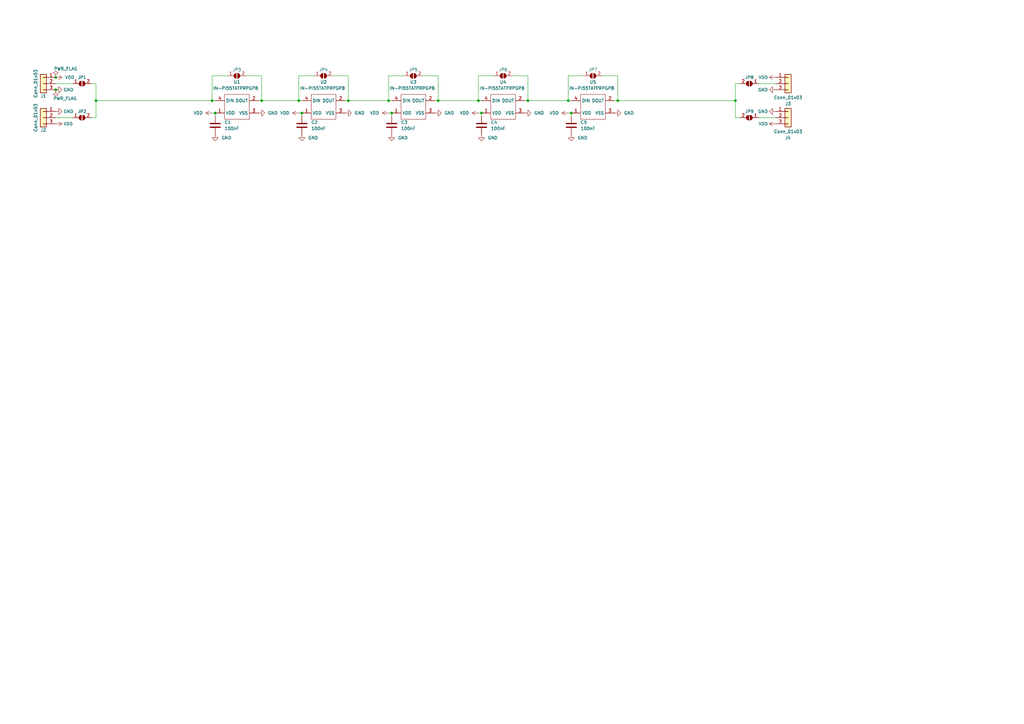
<source format=kicad_sch>
(kicad_sch (version 20230121) (generator eeschema)
  (paper "A3")
  (lib_symbols
    (symbol "Connector_Generic:Conn_01x03" (pin_names (offset 1.016) hide)
      (property "Reference" "J" (at 0 5.08 0))
      (property "Value" "Conn_01x03" (at 0 -5.08 0))
      (symbol "Conn_01x03_1_1"
        (rectangle (start -1.27 -2.413) (end 0 -2.667) (stroke (width 0.1524)))
        (rectangle (start -1.27 0.127) (end 0 -0.127) (stroke (width 0.1524)))
        (rectangle (start -1.27 2.667) (end 0 2.413) (stroke (width 0.1524)))
        (rectangle (start -1.27 3.81) (end 1.27 -3.81) (stroke (width 0.254)) (fill (type background)))
        (pin passive line (at -5.08 2.54 0) (length 3.81) (name "Pin_1") (number "1"))
        (pin passive line (at -5.08 0 0) (length 3.81) (name "Pin_2") (number "2"))
        (pin passive line (at -5.08 -2.54 0) (length 3.81) (name "Pin_3") (number "3"))
      )
    )
    (symbol "Device:C" (pin_numbers hide) (pin_names (offset 0.254))
      (property "Reference" "C" (at 0.635 2.54 0))
      (property "Value" "C" (at 0.635 -2.54 0))
      (symbol "C_0_1"
        (polyline (pts (xy -2.032 -0.762) (xy 2.032 -0.762)) (stroke (width 0.508)))
        (polyline (pts (xy -2.032 0.762) (xy 2.032 0.762)) (stroke (width 0.508)))
      )
      (symbol "C_1_1"
        (pin passive line (at 0 3.81 270) (length 2.794) (name "~") (number "1"))
        (pin passive line (at 0 -3.81 90) (length 2.794) (name "~") (number "2"))
      )
    )
    (symbol "Jumper:SolderJumper_2_Open" (pin_names (offset 0) hide)
      (property "Reference" "JP" (at 0 2.032 0))
      (property "Value" "SolderJumper_2_Open" (at 0 -2.54 0))
      (symbol "SolderJumper_2_Open_0_1"
        (arc (start -0.254 1.016) (mid -1.2656 0) (end -0.254 -1.016))
        (arc (start -0.254 1.016) (mid -1.2656 0) (end -0.254 -1.016) (fill (type outline)))
        (polyline (pts (xy -0.254 1.016) (xy -0.254 -1.016)))
        (polyline (pts (xy 0.254 1.016) (xy 0.254 -1.016)))
        (arc (start 0.254 -1.016) (mid 1.2656 0) (end 0.254 1.016))
        (arc (start 0.254 -1.016) (mid 1.2656 0) (end 0.254 1.016) (fill (type outline)))
      )
      (symbol "SolderJumper_2_Open_1_1"
        (pin passive line (at -3.81 0 0) (length 2.54) (name "A") (number "1"))
        (pin passive line (at 3.81 0 180) (length 2.54) (name "B") (number "2"))
      )
    )
    (symbol "LED:IN-PI55TATPRPGPB "
      (property "Reference" "U" (at 0 0 0))
      (property "Value" "IN-PI55TATPRPGPB " (at 0 6.35 0))
      (symbol "IN-PI55TATPRPGPB _0_1"
        (rectangle (start -5.08 5.08) (end 5.08 -5.08))
      )
      (symbol "IN-PI55TATPRPGPB _1_1"
        (pin power_in line (at -8.89 -2.54 0) (length 3.81) (name "VDD") (number "1"))
        (pin output line (at 8.89 2.54 180) (length 3.81) (name "DOUT") (number "2"))
        (pin power_in line (at 8.89 -2.54 180) (length 3.81) (name "VSS") (number "3"))
        (pin input line (at -8.89 2.54 0) (length 3.81) (name "DIN") (number "4"))
      )
    )
    (symbol "PCM_4ms_Power-symbol:PWR_FLAG" (power) (pin_numbers hide) (pin_names (offset 0) hide)
      (property "Value" "PWR_FLAG" (at 0 3.81 0))
      (symbol "PWR_FLAG_0_0"
        (pin power_out line (at 0 0 90) (length 0) (name "pwr") (number "1"))
      )
      (symbol "PWR_FLAG_0_1"
        (polyline (pts (xy 0 0) (xy 0 1.27) (xy -1.016 1.905) (xy 0 2.54) (xy 1.016 1.905) (xy 0 1.27)))
      )
    )
    (symbol "power:GND" (power) (pin_names (offset 0))
      (property "Value" "GND" (at 0 -3.81 0))
      (symbol "GND_0_1"
        (polyline (pts (xy 0 0) (xy 0 -1.27) (xy 1.27 -1.27) (xy 0 -2.54) (xy -1.27 -1.27) (xy 0 -1.27)))
      )
      (symbol "GND_1_1"
        (pin power_in line (at 0 0 270) (length 0) hide (name "GND") (number "1"))
      )
    )
    (symbol "power:VDD" (power) (pin_names (offset 0))
      (property "Value" "VDD" (at 0 3.81 0))
      (symbol "VDD_0_1"
        (polyline (pts (xy -0.762 1.27) (xy 0 2.54)))
        (polyline (pts (xy 0 0) (xy 0 2.54)))
        (polyline (pts (xy 0 2.54) (xy 0.762 1.27)))
      )
      (symbol "VDD_1_1"
        (pin power_in line (at 0 0 90) (length 0) hide (name "VDD") (number "1"))
      )
    )
  )
  (junction (at 179.705 41.275))
  (junction (at 88.265 46.355))
  (junction (at 107.315 41.275))
  (junction (at 22.86 36.83))
  (junction (at 197.485 46.355))
  (junction (at 234.315 46.355))
  (junction (at 301.625 41.275))
  (junction (at 253.365 41.275))
  (junction (at 39.37 41.275))
  (junction (at 123.825 46.355))
  (junction (at 122.555 41.275))
  (junction (at 233.045 41.275))
  (junction (at 86.995 41.275))
  (junction (at 142.875 41.275))
  (junction (at 196.215 41.275))
  (junction (at 22.86 31.75))
  (junction (at 159.385 41.275))
  (junction (at 216.535 41.275))
  (junction (at 160.655 46.355))
  (wire (pts (xy 128.905 31.115) (xy 122.555 31.115)))
  (wire (pts (xy 165.735 31.115) (xy 159.385 31.115)))
  (wire (pts (xy 93.345 31.115) (xy 86.995 31.115)))
  (wire (pts (xy 86.995 41.275) (xy 88.265 41.275)))
  (wire (pts (xy 179.705 41.275) (xy 196.215 41.275)))
  (wire (pts (xy 196.215 46.355) (xy 197.485 46.355)))
  (wire (pts (xy 100.965 31.115) (xy 107.315 31.115)))
  (wire (pts (xy 252.095 41.275) (xy 253.365 41.275)))
  (wire (pts (xy 86.995 31.115) (xy 86.995 41.275)))
  (wire (pts (xy 247.015 31.115) (xy 253.365 31.115)))
  (wire (pts (xy 301.625 48.26) (xy 303.53 48.26)))
  (wire (pts (xy 159.385 41.275) (xy 160.655 41.275)))
  (wire (pts (xy 311.15 48.26) (xy 318.135 48.26)))
  (wire (pts (xy 159.385 46.355) (xy 160.655 46.355)))
  (wire (pts (xy 253.365 31.115) (xy 253.365 41.275)))
  (wire (pts (xy 233.045 31.115) (xy 233.045 41.275)))
  (wire (pts (xy 253.365 41.275) (xy 301.625 41.275)))
  (wire (pts (xy 216.535 31.115) (xy 216.535 41.275)))
  (wire (pts (xy 234.315 47.625) (xy 234.315 46.355)))
  (wire (pts (xy 37.465 48.26) (xy 39.37 48.26)))
  (wire (pts (xy 142.875 31.115) (xy 142.875 41.275)))
  (wire (pts (xy 196.215 31.115) (xy 196.215 41.275)))
  (wire (pts (xy 301.625 48.26) (xy 301.625 41.275)))
  (wire (pts (xy 122.555 41.275) (xy 123.825 41.275)))
  (wire (pts (xy 216.535 41.275) (xy 233.045 41.275)))
  (wire (pts (xy 160.655 47.625) (xy 160.655 46.355)))
  (wire (pts (xy 106.045 41.275) (xy 107.315 41.275)))
  (wire (pts (xy 179.705 31.115) (xy 179.705 41.275)))
  (wire (pts (xy 141.605 41.275) (xy 142.875 41.275)))
  (wire (pts (xy 122.555 31.115) (xy 122.555 41.275)))
  (wire (pts (xy 39.37 34.29) (xy 37.465 34.29)))
  (wire (pts (xy 142.875 41.275) (xy 159.385 41.275)))
  (wire (pts (xy 39.37 41.275) (xy 86.995 41.275)))
  (wire (pts (xy 210.185 31.115) (xy 216.535 31.115)))
  (wire (pts (xy 86.995 46.355) (xy 88.265 46.355)))
  (wire (pts (xy 233.045 41.275) (xy 234.315 41.275)))
  (wire (pts (xy 107.315 31.115) (xy 107.315 41.275)))
  (wire (pts (xy 29.845 34.29) (xy 22.86 34.29)))
  (wire (pts (xy 239.395 31.115) (xy 233.045 31.115)))
  (wire (pts (xy 159.385 31.115) (xy 159.385 41.275)))
  (wire (pts (xy 301.625 34.29) (xy 303.53 34.29)))
  (wire (pts (xy 122.555 46.355) (xy 123.825 46.355)))
  (wire (pts (xy 202.565 31.115) (xy 196.215 31.115)))
  (wire (pts (xy 215.265 41.275) (xy 216.535 41.275)))
  (wire (pts (xy 39.37 34.29) (xy 39.37 41.275)))
  (wire (pts (xy 196.215 41.275) (xy 197.485 41.275)))
  (wire (pts (xy 39.37 48.26) (xy 39.37 41.275)))
  (wire (pts (xy 123.825 47.625) (xy 123.825 46.355)))
  (wire (pts (xy 88.265 47.625) (xy 88.265 46.355)))
  (wire (pts (xy 107.315 41.275) (xy 122.555 41.275)))
  (wire (pts (xy 301.625 34.29) (xy 301.625 41.275)))
  (wire (pts (xy 233.045 46.355) (xy 234.315 46.355)))
  (wire (pts (xy 173.355 31.115) (xy 179.705 31.115)))
  (wire (pts (xy 136.525 31.115) (xy 142.875 31.115)))
  (wire (pts (xy 178.435 41.275) (xy 179.705 41.275)))
  (wire (pts (xy 29.845 48.26) (xy 22.86 48.26)))
  (wire (pts (xy 197.485 47.625) (xy 197.485 46.355)))
  (wire (pts (xy 311.15 34.29) (xy 318.135 34.29)))
  (symbol (lib_id "Jumper:SolderJumper_2_Open") (at 132.715 31.115 0) (unit 1)
    (property "Reference" "JP4" (at 132.715 28.575 0))
    (property "Value" "SolderJumper_2_Open" (effects hide))
    (property "Footprint" "Jumper:SolderJumper-2_P1.3mm_Open_RoundedPad1.0x1.5mm" (effects hide))
  )
  (symbol (lib_id "Jumper:SolderJumper_2_Open") (at 33.655 48.26 0) (unit 1)
    (property "Reference" "JP2" (at 33.655 45.72 0))
    (property "Value" "SolderJumper_2_Open" (effects hide))
    (property "Footprint" "Jumper:SolderJumper-2_P1.3mm_Open_RoundedPad1.0x1.5mm" (effects hide))
  )
  (symbol (lib_id "power:GND") (at 252.095 46.355 90) (unit 1)
    (property "Reference" "#PWR019" (effects hide))
    (property "Value" "GND" (at 255.905 46.3549 90) (effects (justify right)))
  )
  (symbol (lib_id "LED:IN-PI55TATPRPGPB ") (at 97.155 43.815 0) (unit 1)
    (property "Reference" "U1" (at 97.155 33.655 0))
    (property "Value" "IN-PI55TATPRPGPB " (at 97.155 36.195 0))
    (property "Footprint" "LED_SMD:IN-PI55TATPRPGPB" (effects hide))
  )
  (symbol (lib_id "Jumper:SolderJumper_2_Open") (at 97.155 31.115 0) (unit 1)
    (property "Reference" "JP3" (at 97.155 28.575 0))
    (property "Value" "SolderJumper_2_Open" (effects hide))
    (property "Footprint" "Jumper:SolderJumper-2_P1.3mm_Open_RoundedPad1.0x1.5mm" (effects hide))
  )
  (symbol (lib_id "LED:IN-PI55TATPRPGPB ") (at 132.715 43.815 0) (unit 1)
    (property "Reference" "U2" (at 132.715 33.655 0))
    (property "Value" "IN-PI55TATPRPGPB " (at 132.715 36.195 0))
    (property "Footprint" "LED_SMD:IN-PI55TATPRPGPB" (effects hide))
  )
  (symbol (lib_id "power:GND") (at 160.655 55.245 0) (unit 1)
    (property "Reference" "#PWR012" (effects hide))
    (property "Value" "GND" (at 163.195 56.5149 0) (effects (justify left)))
  )
  (symbol (lib_id "Device:C") (at 123.825 51.435 0) (unit 1)
    (property "Reference" "C2" (at 127.635 50.1649 0) (effects (justify left)))
    (property "Value" "100nF" (at 127.635 52.7049 0) (effects (justify left)))
    (property "Footprint" "Capacitor_SMD:C_0805_2012Metric" (effects hide))
  )
  (symbol (lib_id "Connector_Generic:Conn_01x03") (at 17.78 48.26 0) (mirror y) (unit 1)
    (property "Reference" "J2" (at 17.78 53.34 0))
    (property "Value" "Conn_01x03" (at 14.605 48.26 90))
    (property "Footprint" "Connector_Wire:SolderWirePad_1x03_Corner_SMD" (effects hide))
  )
  (symbol (lib_id "Device:C") (at 234.315 51.435 0) (unit 1)
    (property "Reference" "C5" (at 238.125 50.1649 0) (effects (justify left)))
    (property "Value" "100nF" (at 238.125 52.7049 0) (effects (justify left)))
    (property "Footprint" "Capacitor_SMD:C_0805_2012Metric" (effects hide))
  )
  (symbol (lib_id "Connector_Generic:Conn_01x03") (at 323.215 34.29 0) (unit 1)
    (property "Reference" "J3" (at 323.215 42.545 0))
    (property "Value" "Conn_01x03" (at 323.215 40.005 0))
    (property "Footprint" "Connector_PinHeader_2.54mm:PinHeader_1x03_P2.54mm_Horizontal" (effects hide))
  )
  (symbol (lib_id "power:GND") (at 106.045 46.355 90) (unit 1)
    (property "Reference" "#PWR07" (effects hide))
    (property "Value" "GND" (at 109.855 46.3549 90) (effects (justify right)))
  )
  (symbol (lib_id "power:GND") (at 22.86 45.72 90) (unit 1)
    (property "Reference" "#PWR03" (effects hide))
    (property "Value" "GND" (at 26.035 45.72 90) (effects (justify right)))
  )
  (symbol (lib_id "power:GND") (at 88.265 55.245 0) (unit 1)
    (property "Reference" "#PWR06" (effects hide))
    (property "Value" "GND" (at 90.805 56.5149 0) (effects (justify left)))
  )
  (symbol (lib_id "Jumper:SolderJumper_2_Open") (at 243.205 31.115 0) (unit 1)
    (property "Reference" "JP7" (at 243.205 28.575 0))
    (property "Value" "SolderJumper_2_Open" (effects hide))
    (property "Footprint" "Jumper:SolderJumper-2_P1.3mm_Open_RoundedPad1.0x1.5mm" (effects hide))
  )
  (symbol (lib_id "Jumper:SolderJumper_2_Open") (at 307.34 48.26 0) (mirror y) (unit 1)
    (property "Reference" "JP9" (at 307.34 45.72 0))
    (property "Value" "SolderJumper_2_Open" (effects hide))
    (property "Footprint" "Jumper:SolderJumper-2_P1.3mm_Open_RoundedPad1.0x1.5mm" (effects hide))
  )
  (symbol (lib_id "power:VDD") (at 22.86 31.75 270) (unit 1)
    (property "Reference" "#PWR01" (effects hide))
    (property "Value" "VDD" (at 26.67 31.75 90) (effects (justify left)))
  )
  (symbol (lib_id "power:GND") (at 234.315 55.245 0) (unit 1)
    (property "Reference" "#PWR018" (effects hide))
    (property "Value" "GND" (at 236.855 56.5149 0) (effects (justify left)))
  )
  (symbol (lib_id "PCM_4ms_Power-symbol:PWR_FLAG") (at 22.86 36.83 180) (unit 1)
    (property "Reference" "#FLG02" (effects hide))
    (property "Value" "PWR_FLAG" (at 26.67 40.386 0))
  )
  (symbol (lib_id "power:GND") (at 123.825 55.245 0) (unit 1)
    (property "Reference" "#PWR09" (effects hide))
    (property "Value" "GND" (at 126.365 56.5149 0) (effects (justify left)))
  )
  (symbol (lib_id "Device:C") (at 197.485 51.435 0) (unit 1)
    (property "Reference" "C4" (at 201.295 50.1649 0) (effects (justify left)))
    (property "Value" "100nF" (at 201.295 52.7049 0) (effects (justify left)))
    (property "Footprint" "Capacitor_SMD:C_0805_2012Metric" (effects hide))
  )
  (symbol (lib_id "Jumper:SolderJumper_2_Open") (at 33.655 34.29 0) (unit 1)
    (property "Reference" "JP1" (at 33.655 31.75 0))
    (property "Value" "SolderJumper_2_Open" (effects hide))
    (property "Footprint" "Jumper:SolderJumper-2_P1.3mm_Open_RoundedPad1.0x1.5mm" (effects hide))
  )
  (symbol (lib_id "power:GND") (at 22.86 36.83 90) (unit 1)
    (property "Reference" "#PWR02" (effects hide))
    (property "Value" "GND" (at 26.035 36.83 90) (effects (justify right)))
  )
  (symbol (lib_id "power:VDD") (at 196.215 46.355 90) (unit 1)
    (property "Reference" "#PWR014" (effects hide))
    (property "Value" "VDD" (at 192.405 46.3549 90) (effects (justify left)))
  )
  (symbol (lib_id "power:GND") (at 141.605 46.355 90) (unit 1)
    (property "Reference" "#PWR010" (effects hide))
    (property "Value" "GND" (at 145.415 46.3549 90) (effects (justify right)))
  )
  (symbol (lib_id "power:GND") (at 215.265 46.355 90) (unit 1)
    (property "Reference" "#PWR016" (effects hide))
    (property "Value" "GND" (at 219.075 46.3549 90) (effects (justify right)))
  )
  (symbol (lib_id "Jumper:SolderJumper_2_Open") (at 307.34 34.29 0) (mirror y) (unit 1)
    (property "Reference" "JP8" (at 307.34 31.75 0))
    (property "Value" "SolderJumper_2_Open" (effects hide))
    (property "Footprint" "Jumper:SolderJumper-2_P1.3mm_Open_RoundedPad1.0x1.5mm" (effects hide))
  )
  (symbol (lib_id "power:GND") (at 197.485 55.245 0) (unit 1)
    (property "Reference" "#PWR015" (effects hide))
    (property "Value" "GND" (at 200.025 56.5149 0) (effects (justify left)))
  )
  (symbol (lib_id "LED:IN-PI55TATPRPGPB ") (at 169.545 43.815 0) (unit 1)
    (property "Reference" "U3" (at 169.545 33.655 0))
    (property "Value" "IN-PI55TATPRPGPB " (at 169.545 36.195 0))
    (property "Footprint" "LED_SMD:IN-PI55TATPRPGPB" (effects hide))
  )
  (symbol (lib_id "Device:C") (at 160.655 51.435 0) (unit 1)
    (property "Reference" "C3" (at 164.465 50.1649 0) (effects (justify left)))
    (property "Value" "100nF" (at 164.465 52.7049 0) (effects (justify left)))
    (property "Footprint" "Capacitor_SMD:C_0805_2012Metric" (effects hide))
  )
  (symbol (lib_id "LED:IN-PI55TATPRPGPB ") (at 206.375 43.815 0) (unit 1)
    (property "Reference" "U4" (at 206.375 33.655 0))
    (property "Value" "IN-PI55TATPRPGPB " (at 206.375 36.195 0))
    (property "Footprint" "LED_SMD:IN-PI55TATPRPGPB" (effects hide))
  )
  (symbol (lib_id "Connector_Generic:Conn_01x03") (at 17.78 34.29 0) (mirror y) (unit 1)
    (property "Reference" "J1" (at 17.78 39.37 0))
    (property "Value" "Conn_01x03" (at 14.605 34.29 90))
    (property "Footprint" "Connector_PinHeader_2.54mm:PinHeader_1x03_P2.54mm_Horizontal" (effects hide))
  )
  (symbol (lib_id "PCM_4ms_Power-symbol:PWR_FLAG") (at 22.86 31.75 0) (unit 1)
    (property "Reference" "#FLG01" (effects hide))
    (property "Value" "PWR_FLAG" (at 26.924 28.194 0))
  )
  (symbol (lib_id "power:VDD") (at 318.135 50.8 90) (mirror x) (unit 1)
    (property "Reference" "#PWR023" (effects hide))
    (property "Value" "VDD" (at 314.96 50.8 90) (effects (justify left)))
  )
  (symbol (lib_id "power:GND") (at 318.135 36.83 270) (mirror x) (unit 1)
    (property "Reference" "#PWR021" (effects hide))
    (property "Value" "GND" (at 314.96 36.83 90) (effects (justify right)))
  )
  (symbol (lib_id "power:VDD") (at 159.385 46.355 90) (unit 1)
    (property "Reference" "#PWR011" (effects hide))
    (property "Value" "VDD" (at 155.575 46.3549 90) (effects (justify left)))
  )
  (symbol (lib_id "Device:C") (at 88.265 51.435 0) (unit 1)
    (property "Reference" "C1" (at 92.075 50.1649 0) (effects (justify left)))
    (property "Value" "100nF" (at 92.075 52.7049 0) (effects (justify left)))
    (property "Footprint" "Capacitor_SMD:C_0805_2012Metric" (effects hide))
  )
  (symbol (lib_id "LED:IN-PI55TATPRPGPB ") (at 243.205 43.815 0) (unit 1)
    (property "Reference" "U5" (at 243.205 33.655 0))
    (property "Value" "IN-PI55TATPRPGPB " (at 243.205 36.195 0))
    (property "Footprint" "LED_SMD:IN-PI55TATPRPGPB" (effects hide))
  )
  (symbol (lib_id "power:GND") (at 318.135 45.72 270) (mirror x) (unit 1)
    (property "Reference" "#PWR022" (effects hide))
    (property "Value" "GND" (at 314.96 45.72 90) (effects (justify right)))
  )
  (symbol (lib_id "Connector_Generic:Conn_01x03") (at 323.215 48.26 0) (unit 1)
    (property "Reference" "J4" (at 323.215 56.515 0))
    (property "Value" "Conn_01x03" (at 323.215 53.975 0))
    (property "Footprint" "Connector_Wire:SolderWirePad_1x03_Corner_SMD" (effects hide))
  )
  (symbol (lib_id "power:VDD") (at 122.555 46.355 90) (unit 1)
    (property "Reference" "#PWR08" (effects hide))
    (property "Value" "VDD" (at 118.745 46.3549 90) (effects (justify left)))
  )
  (symbol (lib_id "Jumper:SolderJumper_2_Open") (at 169.545 31.115 0) (unit 1)
    (property "Reference" "JP5" (at 169.545 28.575 0))
    (property "Value" "SolderJumper_2_Open" (effects hide))
    (property "Footprint" "Jumper:SolderJumper-2_P1.3mm_Open_RoundedPad1.0x1.5mm" (effects hide))
  )
  (symbol (lib_id "power:VDD") (at 22.86 50.8 270) (unit 1)
    (property "Reference" "#PWR04" (effects hide))
    (property "Value" "VDD" (at 26.035 50.8 90) (effects (justify left)))
  )
  (symbol (lib_id "Jumper:SolderJumper_2_Open") (at 206.375 31.115 0) (unit 1)
    (property "Reference" "JP6" (at 206.375 28.575 0))
    (property "Value" "SolderJumper_2_Open" (effects hide))
    (property "Footprint" "Jumper:SolderJumper-2_P1.3mm_Open_RoundedPad1.0x1.5mm" (effects hide))
  )
  (symbol (lib_id "power:VDD") (at 86.995 46.355 90) (unit 1)
    (property "Reference" "#PWR05" (effects hide))
    (property "Value" "VDD" (at 83.185 46.3549 90) (effects (justify left)))
  )
  (symbol (lib_id "power:VDD") (at 318.135 31.75 90) (mirror x) (unit 1)
    (property "Reference" "#PWR020" (effects hide))
    (property "Value" "VDD" (at 314.96 31.75 90) (effects (justify left)))
  )
  (symbol (lib_id "power:VDD") (at 233.045 46.355 90) (unit 1)
    (property "Reference" "#PWR017" (effects hide))
    (property "Value" "VDD" (at 229.235 46.3549 90) (effects (justify left)))
  )
  (symbol (lib_id "power:GND") (at 178.435 46.355 90) (unit 1)
    (property "Reference" "#PWR013" (effects hide))
    (property "Value" "GND" (at 182.245 46.3549 90) (effects (justify right)))
  )
)
</source>
